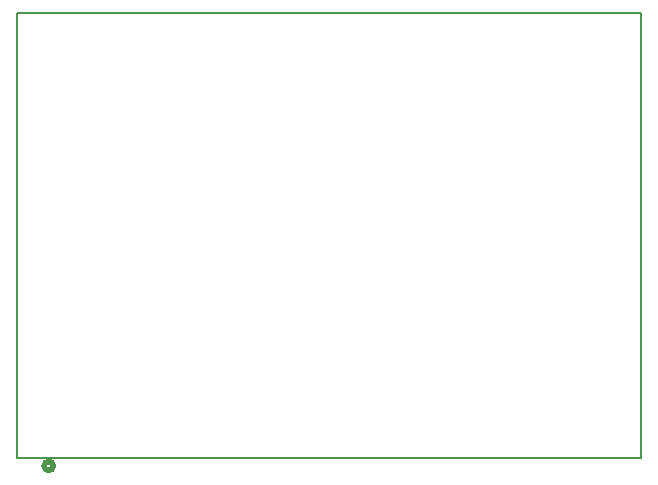
<source format=gbr>
%TF.GenerationSoftware,Altium Limited,Altium Designer,23.5.1 (21)*%
G04 Layer_Color=32896*
%FSLAX45Y45*%
%MOMM*%
%TF.SameCoordinates,0CF0D061-263B-42B0-A585-B6EE71A6EBF9*%
%TF.FilePolarity,Positive*%
%TF.FileFunction,Legend,Bot*%
%TF.Part,Single*%
G01*
G75*
%TA.AperFunction,NonConductor*%
%ADD35C,0.50800*%
%ADD39C,0.15240*%
D35*
X2885440Y2513330D02*
G03*
X2885440Y2513330I-38100J0D01*
G01*
D39*
X2575560Y2576830D02*
Y6351270D01*
X7863840D01*
Y2576830D02*
Y6351270D01*
X2575560Y2576830D02*
X7863840D01*
%TF.MD5,6a3d199f3070490dfd832d07500e40cf*%
M02*

</source>
